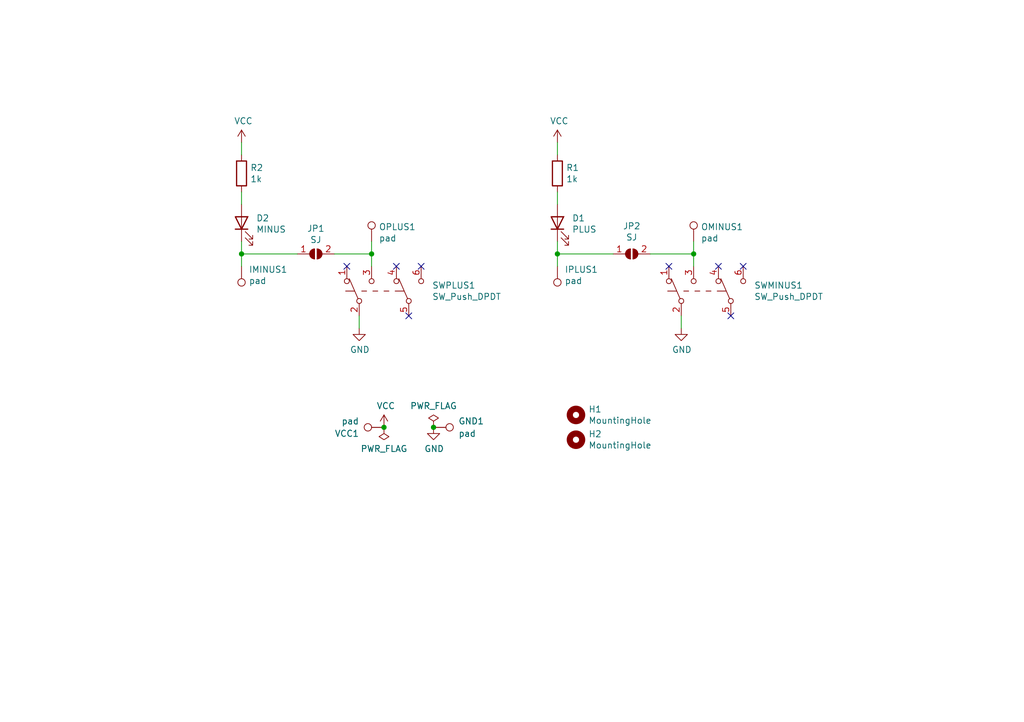
<source format=kicad_sch>
(kicad_sch (version 20211123) (generator eeschema)
  (paper "User" 210.007 148.006)
  (title_block (title "Manual panel control single turnout") (date "2021-11-09"))
  (lib_symbols
    (symbol "Connector:TestPoint" (pin_numbers hide) (pin_names (offset 0.762) hide)
      (property "Reference" "TP" (at 0 6.858 0))
      (property "Value" "TestPoint" (at 0 5.08 0))
      (symbol "TestPoint_0_1"
        (circle (center 0 3.302) (radius 0.762))
      )
      (symbol "TestPoint_1_1"
        (pin passive line (at 0 0 90) (length 2.54) (name "1") (number "1"))
      )
    )
    (symbol "Device:LED" (pin_numbers hide) (pin_names (offset 1.016) hide)
      (property "Reference" "D" (at 0 2.54 0))
      (property "Value" "LED" (at 0 -2.54 0))
      (symbol "LED_0_1"
        (polyline (pts (xy -1.27 -1.27) (xy -1.27 1.27)) (stroke (width 0.254)))
        (polyline (pts (xy -1.27 0) (xy 1.27 0)))
        (polyline (pts (xy 1.27 -1.27) (xy 1.27 1.27) (xy -1.27 0) (xy 1.27 -1.27)) (stroke (width 0.254)))
        (polyline (pts (xy -3.048 -0.762) (xy -4.572 -2.286) (xy -3.81 -2.286) (xy -4.572 -2.286) (xy -4.572 -1.524)))
        (polyline (pts (xy -1.778 -0.762) (xy -3.302 -2.286) (xy -2.54 -2.286) (xy -3.302 -2.286) (xy -3.302 -1.524)))
      )
      (symbol "LED_1_1"
        (pin passive line (at -3.81 0 0) (length 2.54) (name "K") (number "1"))
        (pin passive line (at 3.81 0 180) (length 2.54) (name "A") (number "2"))
      )
    )
    (symbol "Device:R" (pin_numbers hide) (pin_names (offset 0))
      (property "Reference" "R" (at 2.032 0 90))
      (property "Value" "R" (at 0 0 90))
      (symbol "R_0_1"
        (rectangle (start -1.016 -2.54) (end 1.016 2.54) (stroke (width 0.254)))
      )
      (symbol "R_1_1"
        (pin passive line (at 0 3.81 270) (length 1.27) (name "~") (number "1"))
        (pin passive line (at 0 -3.81 90) (length 1.27) (name "~") (number "2"))
      )
    )
    (symbol "Jumper:SolderJumper_2_Open" (pin_names (offset 0) hide)
      (property "Reference" "JP" (at 0 2.032 0))
      (property "Value" "SolderJumper_2_Open" (at 0 -2.54 0))
      (symbol "SolderJumper_2_Open_0_1"
        (arc (start -0.254 1.016) (mid -1.27 0) (end -0.254 -1.016))
        (arc (start -0.254 1.016) (mid -1.27 0) (end -0.254 -1.016) (fill (type outline)))
        (polyline (pts (xy -0.254 1.016) (xy -0.254 -1.016)))
        (polyline (pts (xy 0.254 1.016) (xy 0.254 -1.016)))
        (arc (start 0.254 -1.016) (mid 1.27 0) (end 0.254 1.016))
        (arc (start 0.254 -1.016) (mid 1.27 0) (end 0.254 1.016) (fill (type outline)))
      )
      (symbol "SolderJumper_2_Open_1_1"
        (pin passive line (at -3.81 0 0) (length 2.54) (name "A") (number "1"))
        (pin passive line (at 3.81 0 180) (length 2.54) (name "B") (number "2"))
      )
    )
    (symbol "Mechanical:MountingHole" (pin_names (offset 1.016))
      (property "Reference" "H" (at 0 5.08 0))
      (property "Value" "MountingHole" (at 0 3.175 0))
      (symbol "MountingHole_0_1"
        (circle (center 0 0) (radius 1.27) (stroke (width 1.27)))
      )
    )
    (symbol "Switch:SW_Push_DPDT" (pin_names (offset 0) hide)
      (property "Reference" "SW" (at 0 8.89 0))
      (property "Value" "SW_Push_DPDT" (at 0 -10.16 0))
      (symbol "SW_Push_DPDT_0_0"
        (circle (center -2.032 -5.08) (radius 0.508))
        (circle (center -2.032 5.08) (radius 0.508))
        (circle (center 2.032 -7.62) (radius 0.508))
        (circle (center 2.032 2.54) (radius 0.508))
      )
      (symbol "SW_Push_DPDT_0_1"
        (polyline (pts (xy -1.524 -4.826) (xy 2.54 -3.048)))
        (polyline (pts (xy -1.524 5.334) (xy 2.54 7.112)))
        (polyline (pts (xy 0 -2.286) (xy 0 -4.064)))
        (polyline (pts (xy 0 -1.016) (xy 0 0)))
        (polyline (pts (xy 0 1.27) (xy 0 2.286)))
        (polyline (pts (xy 0 3.556) (xy 0 4.572)))
        (polyline (pts (xy 0 7.874) (xy 0 6.096)))
        (circle (center 2.032 -2.54) (radius 0.508))
        (circle (center 2.032 7.62) (radius 0.508))
      )
      (symbol "SW_Push_DPDT_1_1"
        (pin passive line (at 5.08 7.62 180) (length 2.54) (name "A") (number "1"))
        (pin passive line (at -5.08 5.08 0) (length 2.54) (name "B") (number "2"))
        (pin passive line (at 5.08 2.54 180) (length 2.54) (name "C") (number "3"))
        (pin passive line (at 5.08 -2.54 180) (length 2.54) (name "A") (number "4"))
        (pin passive line (at -5.08 -5.08 0) (length 2.54) (name "B") (number "5"))
        (pin passive line (at 5.08 -7.62 180) (length 2.54) (name "C") (number "6"))
      )
    )
    (symbol "power:GND" (power) (pin_names (offset 0))
      (property "Value" "GND" (at 0 -3.81 0))
      (symbol "GND_0_1"
        (polyline (pts (xy 0 0) (xy 0 -1.27) (xy 1.27 -1.27) (xy 0 -2.54) (xy -1.27 -1.27) (xy 0 -1.27)))
      )
      (symbol "GND_1_1"
        (pin power_in line (at 0 0 270) (length 0) hide (name "GND") (number "1"))
      )
    )
    (symbol "power:PWR_FLAG" (power) (pin_numbers hide) (pin_names (offset 0) hide)
      (property "Value" "PWR_FLAG" (at 0 3.81 0))
      (symbol "PWR_FLAG_0_0"
        (pin power_out line (at 0 0 90) (length 0) (name "pwr") (number "1"))
      )
      (symbol "PWR_FLAG_0_1"
        (polyline (pts (xy 0 0) (xy 0 1.27) (xy -1.016 1.905) (xy 0 2.54) (xy 1.016 1.905) (xy 0 1.27)))
      )
    )
    (symbol "power:VCC" (power) (pin_names (offset 0))
      (property "Value" "VCC" (at 0 3.81 0))
      (symbol "VCC_0_1"
        (polyline (pts (xy -0.762 1.27) (xy 0 2.54)))
        (polyline (pts (xy 0 0) (xy 0 2.54)))
        (polyline (pts (xy 0 2.54) (xy 0.762 1.27)))
      )
      (symbol "VCC_1_1"
        (pin power_in line (at 0 0 90) (length 0) hide (name "VCC") (number "1"))
      )
    )
  )
  (junction (at 76.2 52.07))
  (junction (at 142.24 52.07))
  (junction (at 88.9 87.63))
  (junction (at 49.53 52.07))
  (junction (at 78.74 87.63))
  (junction (at 114.3 52.07))
  (no_connect (at 86.36 54.61))
  (no_connect (at 83.82 64.77))
  (no_connect (at 81.28 54.61))
  (no_connect (at 137.16 54.61))
  (no_connect (at 149.86 64.77))
  (no_connect (at 147.32 54.61))
  (no_connect (at 152.4 54.61))
  (no_connect (at 71.12 54.61))
  (wire (pts (xy 142.24 52.07) (xy 133.35 52.07)))
  (wire (pts (xy 49.53 29.21) (xy 49.53 31.75)))
  (wire (pts (xy 114.3 41.91) (xy 114.3 39.37)))
  (wire (pts (xy 76.2 52.07) (xy 76.2 54.61)))
  (wire (pts (xy 142.24 52.07) (xy 142.24 54.61)))
  (wire (pts (xy 114.3 52.07) (xy 114.3 54.61)))
  (wire (pts (xy 60.96 52.07) (xy 49.53 52.07)))
  (wire (pts (xy 114.3 49.53) (xy 114.3 52.07)))
  (wire (pts (xy 73.66 64.77) (xy 73.66 67.31)))
  (wire (pts (xy 125.73 52.07) (xy 114.3 52.07)))
  (wire (pts (xy 68.58 52.07) (xy 76.2 52.07)))
  (wire (pts (xy 76.2 49.53) (xy 76.2 52.07)))
  (wire (pts (xy 49.53 49.53) (xy 49.53 52.07)))
  (wire (pts (xy 49.53 52.07) (xy 49.53 54.61)))
  (wire (pts (xy 139.7 64.77) (xy 139.7 67.31)))
  (wire (pts (xy 114.3 29.21) (xy 114.3 31.75)))
  (wire (pts (xy 49.53 41.91) (xy 49.53 39.37)))
  (wire (pts (xy 142.24 49.53) (xy 142.24 52.07)))
  (symbol (lib_id "power:GND") (at 73.66 67.31 0) (unit 1)
    (property "Reference" "#PWR04" (effects hide))
    (property "Value" "GND" (at 73.787 71.7042 0))
  )
  (symbol (lib_id "Device:LED") (at 114.3 45.72 90) (unit 1)
    (property "Reference" "D1" (at 117.2972 44.7294 90) (effects (justify right)))
    (property "Value" "PLUS" (at 117.2972 47.0408 90) (effects (justify right)))
    (property "Footprint" "LED_THT:LED_D3.0mm" (effects hide))
  )
  (symbol (lib_id "Device:R") (at 114.3 35.56 0) (unit 1)
    (property "Reference" "R1" (at 116.078 34.3916 0) (effects (justify left)))
    (property "Value" "1k" (at 116.078 36.703 0) (effects (justify left)))
    (property "Footprint" "Resistor_SMD:R_0805_2012Metric_Pad1.20x1.40mm_HandSolder" (effects hide))
  )
  (symbol (lib_id "power:VCC") (at 114.3 29.21 0) (unit 1)
    (property "Reference" "#PWR02" (effects hide))
    (property "Value" "VCC" (at 114.681 24.8158 0))
  )
  (symbol (lib_id "Mechanical:MountingHole") (at 118.11 85.09 0) (unit 1)
    (property "Reference" "H1" (at 120.65 83.9216 0) (effects (justify left)))
    (property "Value" "MountingHole" (at 120.65 86.233 0) (effects (justify left)))
    (property "Footprint" "MountingHole:MountingHole_3.2mm_M3" (effects hide))
  )
  (symbol (lib_id "Connector:TestPoint") (at 114.3 54.61 180) (unit 1)
    (property "Reference" "IPLUS1" (at 115.7732 55.2704 0) (effects (justify right)))
    (property "Value" "pad" (at 115.7732 57.5818 0) (effects (justify right)))
    (property "Footprint" "Connector_Pin:Pin_D1.3mm_L11.0mm" (effects hide))
  )
  (symbol (lib_id "Mechanical:MountingHole") (at 118.11 90.17 0) (unit 1)
    (property "Reference" "H2" (at 120.65 89.0016 0) (effects (justify left)))
    (property "Value" "MountingHole" (at 120.65 91.313 0) (effects (justify left)))
    (property "Footprint" "MountingHole:MountingHole_3.2mm_M3" (effects hide))
  )
  (symbol (lib_id "Connector:TestPoint") (at 76.2 49.53 0) (unit 1)
    (property "Reference" "OPLUS1" (at 77.6732 46.5328 0) (effects (justify left)))
    (property "Value" "pad" (at 77.6732 48.8442 0) (effects (justify left)))
    (property "Footprint" "Connector_Pin:Pin_D1.3mm_L11.0mm" (effects hide))
  )
  (symbol (lib_id "Switch:SW_Push_DPDT") (at 78.74 59.69 90) (unit 1)
    (property "Reference" "SWPLUS1" (at 88.5952 58.5216 90) (effects (justify right)))
    (property "Value" "SW_Push_DPDT" (at 88.5952 60.833 90) (effects (justify right)))
    (property "Footprint" "Switch_KMZ:KLS7" (effects hide))
  )
  (symbol (lib_id "Connector:TestPoint") (at 88.9 87.63 270) (unit 1)
    (property "Reference" "GND1" (at 93.98 86.36 90) (effects (justify left)))
    (property "Value" "pad" (at 93.98 88.9 90) (effects (justify left)))
    (property "Footprint" "Connector_Pin:Pin_D1.3mm_L11.0mm" (effects hide))
  )
  (symbol (lib_id "Connector:TestPoint") (at 78.74 87.63 90) (unit 1)
    (property "Reference" "VCC1" (at 73.66 88.9 90) (effects (justify left)))
    (property "Value" "pad" (at 73.66 86.36 90) (effects (justify left)))
    (property "Footprint" "Connector_Pin:Pin_D1.3mm_L11.0mm" (effects hide))
  )
  (symbol (lib_id "Jumper:SolderJumper_2_Open") (at 64.77 52.07 0) (unit 1)
    (property "Reference" "JP1" (at 64.77 46.863 0))
    (property "Value" "SJ" (at 64.77 49.1744 0))
    (property "Footprint" "Jumper:SolderJumper-2_P1.3mm_Open_RoundedPad1.0x1.5mm" (effects hide))
  )
  (symbol (lib_id "Device:LED") (at 49.53 45.72 90) (unit 1)
    (property "Reference" "D2" (at 52.5272 44.7294 90) (effects (justify right)))
    (property "Value" "MINUS" (at 52.5272 47.0408 90) (effects (justify right)))
    (property "Footprint" "LED_THT:LED_D3.0mm" (effects hide))
  )
  (symbol (lib_id "Device:R") (at 49.53 35.56 0) (unit 1)
    (property "Reference" "R2" (at 51.308 34.3916 0) (effects (justify left)))
    (property "Value" "1k" (at 51.308 36.703 0) (effects (justify left)))
    (property "Footprint" "Resistor_SMD:R_0805_2012Metric_Pad1.20x1.40mm_HandSolder" (effects hide))
  )
  (symbol (lib_id "power:VCC") (at 49.53 29.21 0) (unit 1)
    (property "Reference" "#PWR0101" (effects hide))
    (property "Value" "VCC" (at 49.911 24.8158 0))
  )
  (symbol (lib_id "Connector:TestPoint") (at 49.53 54.61 180) (unit 1)
    (property "Reference" "IMINUS1" (at 51.0032 55.2704 0) (effects (justify right)))
    (property "Value" "pad" (at 51.0032 57.5818 0) (effects (justify right)))
    (property "Footprint" "Connector_Pin:Pin_D1.3mm_L11.0mm" (effects hide))
  )
  (symbol (lib_id "power:GND") (at 139.7 67.31 0) (unit 1)
    (property "Reference" "#PWR0102" (effects hide))
    (property "Value" "GND" (at 139.827 71.7042 0))
  )
  (symbol (lib_id "Connector:TestPoint") (at 142.24 49.53 0) (unit 1)
    (property "Reference" "OMINUS1" (at 143.7132 46.5328 0) (effects (justify left)))
    (property "Value" "pad" (at 143.7132 48.8442 0) (effects (justify left)))
    (property "Footprint" "Connector_Pin:Pin_D1.3mm_L11.0mm" (effects hide))
  )
  (symbol (lib_id "Switch:SW_Push_DPDT") (at 144.78 59.69 90) (unit 1)
    (property "Reference" "SWMINUS1" (at 154.6352 58.5216 90) (effects (justify right)))
    (property "Value" "SW_Push_DPDT" (at 154.6352 60.833 90) (effects (justify right)))
    (property "Footprint" "Switch_KMZ:KLS7" (effects hide))
  )
  (symbol (lib_id "power:GND") (at 88.9 87.63 0) (unit 1)
    (property "Reference" "#PWR0103" (effects hide))
    (property "Value" "GND" (at 89.027 92.0242 0))
  )
  (symbol (lib_id "power:PWR_FLAG") (at 88.9 87.63 0) (unit 1)
    (property "Reference" "#FLG0101" (effects hide))
    (property "Value" "PWR_FLAG" (at 88.9 83.2358 0))
  )
  (symbol (lib_id "Jumper:SolderJumper_2_Open") (at 129.54 52.07 0) (mirror x) (unit 1)
    (property "Reference" "JP2" (at 129.54 46.355 0))
    (property "Value" "SJ" (at 129.54 48.6664 0))
    (property "Footprint" "Jumper:SolderJumper-2_P1.3mm_Open_RoundedPad1.0x1.5mm" (effects hide))
  )
  (symbol (lib_id "power:VCC") (at 78.74 87.63 0) (unit 1)
    (property "Reference" "#PWR0104" (effects hide))
    (property "Value" "VCC" (at 79.121 83.2358 0))
  )
  (symbol (lib_id "power:PWR_FLAG") (at 78.74 87.63 180) (unit 1)
    (property "Reference" "#FLG0102" (effects hide))
    (property "Value" "PWR_FLAG" (at 78.74 92.0242 0))
  )
)
</source>
